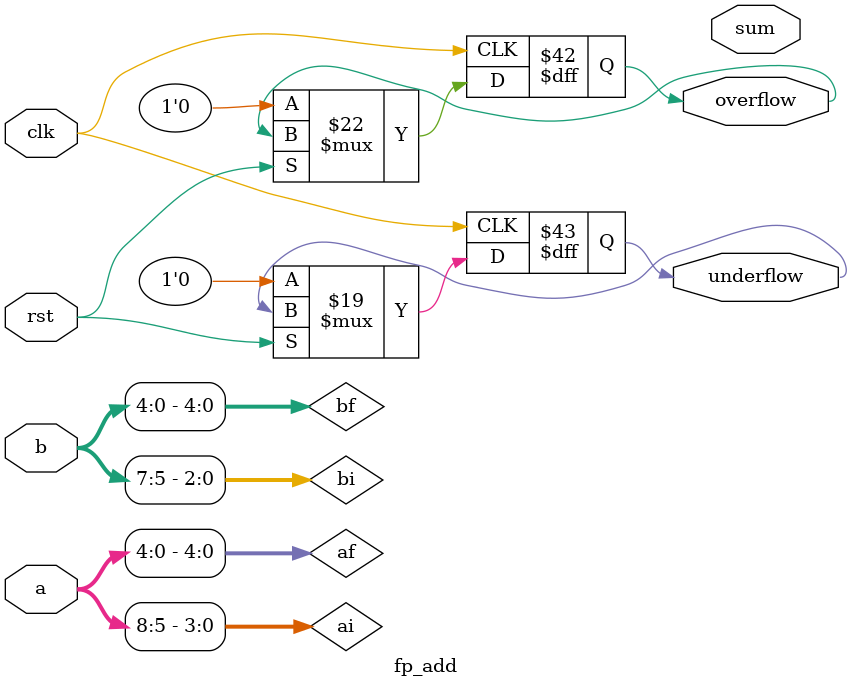
<source format=v>
module fp_add#(
    parameter int1=4,
    parameter frac1=5,
    parameter int2=3,
    parameter frac2=5,
  
  )
  (
       input clk,
       input rst,
       input signed [int1+frac1-1:0]a,
       input signed [int2+frac2-1:0]b,
       output reg overflow,
       output reg underflow,
       output  reg signed [out_int+out_frac-1:0]sum
  );
 
    localparam out_int=(int1>=int2)?(2*int1):(2*int2);
    localparam out_frac=(frac1>frac2)?frac1:frac2;
 localparam int_max=(int1>=int2)?int1:int2;
 localparam frac_max=(frac1>=frac2)?frac1:frac2;
 

 reg [int1-1:0]ai;
 reg [int_max-1:0]temp_ai;
 reg [frac1-1:0]af;
 reg [frac_max-1:0]temp_af;
 reg [int2-1:0]bi;
 reg [int_max-1:0]temp_bi;
 reg [frac2-1:0]bf;
 reg [frac_max-1:0]temp_bf;
 reg signed [int_max+frac_max-1:0]temp_a;
 reg signed [int_max+frac_max-1:0]temp_b;
 reg signed [int_max+frac_max:0]temp_sum;
 reg [out_int-1:0]temp_sumi;
 reg [out_frac-1:0]temp_sumf;
 wire signed [3:0] max_int ;
 reg [out_int-1:0]out_i;
 reg [out_frac-1:0]out_f;

 always@(*)
 begin
 ai=a[int1+frac1-1:frac1];
 af=a[frac1-1:0];
 bi=b[int2+frac2-1:frac2];
 bf=b[frac2-1:0];
 end
 
 always@(posedge clk)
 begin
 
 if(int1==int2 && frac1==frac2)
 begin
    temp_ai=ai;
    temp_bi=bi;
    temp_af=af;
    temp_bf=bf;
 end
 else if(int1>int2 )
 begin
  temp_ai=ai;
  temp_bi={{(int1-int2){bi[int2-1]}},bi};
  if(frac1>=frac2)
  begin
    temp_af=af;
    temp_bf={bf,{(frac1-frac2){1'b0}}};
  end
  else if(frac2>frac1)
  begin  
    temp_bf=bf;
    temp_af={af,{(frac2-frac1){1'b0}}};
  end
 end
 else if(int2>int1)
   begin
   temp_bi=bi;
   temp_ai={{(int2-int1){ai[int1-1]}},ai};
    if(frac1>frac2)
    begin
      temp_af=af;
      temp_bf={bf,{(frac1-frac2){1'b0}}};
    end
    else if(frac2>frac1)
    begin  
      temp_bf=bf;
      temp_af={af,{(frac2-frac1){1'b0}}};
    end
   end
end

always @(*)
begin
   temp_a={temp_ai,temp_af};
   temp_b={temp_bi,temp_bf};
end
  

 
always@(posedge clk)
begin
     if(rst==0)
     begin
          temp_sum <= 0;
          out_i<=0;
          out_f<=0;
          overflow=0;
          underflow=0;
     end
     else     
     begin
          temp_sum = temp_a+temp_b;
          temp_sumi = temp_sum[int_max+frac_max:frac_max];
          temp_sumf = temp_sum[frac_max:0];
     end  
end

always@(posedge clk) begin
    out_f <= temp_sumf[frac_max-1:frac_max-out_frac];
    if(overflow)begin
        if(temp_sum[int_max+frac_max] == 0) begin
            out_i <= {temp_sum[int_max+frac_max],{(out_int-1){1'b1}}};
        end
        else if( temp_sum[int_max+frac_max] == 1) begin
           out_i <= {temp_sum[int_max+frac_max],{(out_int-1){1'b0}}};
        end
     end
     else begin
        out_i <= temp_sumi[out_int-1:0];
     end
     out <= {out_i,out_f};
end
    

endmodule

</source>
